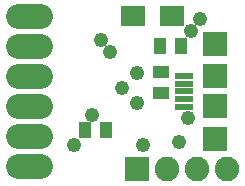
<source format=gbs>
G75*
G70*
%OFA0B0*%
%FSLAX24Y24*%
%IPPOS*%
%LPD*%
%AMOC8*
5,1,8,0,0,1.08239X$1,22.5*
%
%ADD10R,0.0631X0.0218*%
%ADD11R,0.0828X0.0789*%
%ADD12R,0.0828X0.0828*%
%ADD13R,0.0395X0.0552*%
%ADD14R,0.0552X0.0395*%
%ADD15R,0.0828X0.0710*%
%ADD16C,0.0820*%
%ADD17R,0.0820X0.0820*%
%ADD18C,0.0820*%
%ADD19C,0.0480*%
D10*
X007957Y002788D03*
X007957Y003044D03*
X007957Y003300D03*
X007957Y003556D03*
X007957Y003812D03*
D11*
X009000Y004875D03*
X009000Y001725D03*
D12*
X009000Y002800D03*
X009000Y003800D03*
D13*
X007854Y004800D03*
X007146Y004800D03*
X005354Y002000D03*
X004646Y002000D03*
D14*
X007200Y003246D03*
X007200Y003954D03*
D15*
X007550Y005800D03*
X006250Y005800D03*
D16*
X003170Y000800D02*
X002430Y000800D01*
X002430Y001800D02*
X003170Y001800D01*
X003170Y002800D02*
X002430Y002800D01*
X002430Y003800D02*
X003170Y003800D01*
X003170Y004800D02*
X002430Y004800D01*
X002430Y005800D02*
X003170Y005800D01*
D17*
X006400Y000700D03*
D18*
X007400Y000700D03*
X008400Y000700D03*
X009400Y000700D03*
D19*
X007800Y001600D03*
X008100Y002400D03*
X006600Y001500D03*
X004900Y002500D03*
X005900Y003400D03*
X006400Y003900D03*
X005500Y004600D03*
X005200Y005000D03*
X008200Y005300D03*
X008500Y005700D03*
X006400Y002900D03*
X004300Y001500D03*
M02*

</source>
